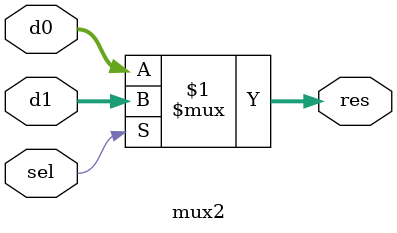
<source format=v>
module zerodetect #(parameter WIDTH = 16)
                   (input [WIDTH - 1:0] a,
                    output              y);
    assign y = (a == 0);
endmodule

module flopenr #(parameter WIDTH = 16)
                (input clk, reset, en,
                 input [WIDTH - 1:0] d,
                 output reg [WIDTH - 1:0] q);
    always @(posedge clk) begin
        if (~reset)  q <= 0;
        else if (en) q <= d;
        else q <= q;
    end
endmodule

module flopenrlow #(parameter WIDTH = 16)
                (input clk, reset, en,
                 input [WIDTH - 1:0] d,
                 output reg [WIDTH - 1:0] q);
    always @(negedge clk) begin
        if (~reset)  q <= 0;
        else if (en) q <= d;
        else q <= q;
    end
endmodule

module flopr #(parameter WIDTH = 16)
              (input clk, reset,
               input      [WIDTH-1:0] d, 
               output reg [WIDTH-1:0] q);

   always @(posedge clk)
      if   (~reset) q <= 0;
      else q <= d;
endmodule

module mux4 #(parameter WIDTH = 16)
             (input      [WIDTH-1:0] d0, d1, d2, d3,
              input      [1:0]       sel, 
              output reg [WIDTH-1:0] res);

   always @(*)
      case(sel)
         2'b00: res <= d0;
         2'b01: res <= d1;
         2'b10: res <= d2;
         2'b11: res <= d3;
      endcase
endmodule

module mux2 #(parameter WIDTH = 16)
             (input  [WIDTH-1:0] d0, d1, 
              input              sel, 
              output [WIDTH-1:0] res);

   assign res = sel ? d1 : d0; 
endmodule
</source>
